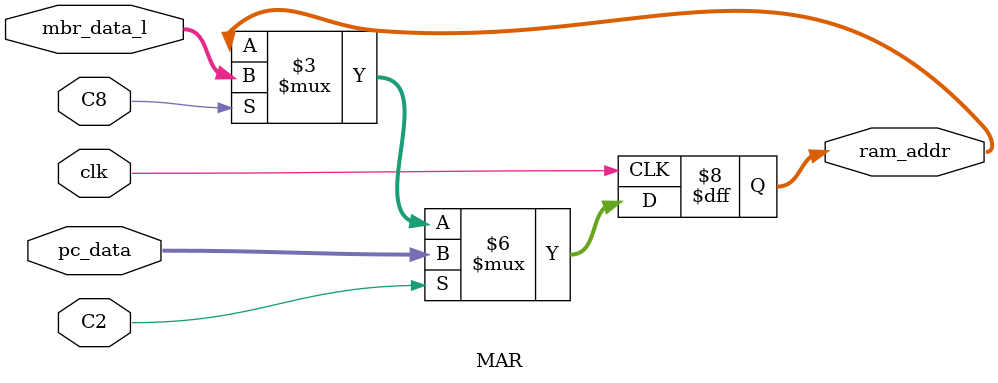
<source format=v>
`timescale 1ns / 1ps

module MAR(
    input clk,
    input C2,
    input C8,
    input [7:0] mbr_data_l,
    input [7:0] pc_data,
    output reg [7:0] ram_addr=8'h00
    );
    always@(posedge clk)
    begin
        if(C2) ram_addr<=pc_data;
        else if(C8) ram_addr<=mbr_data_l;
    end
endmodule

</source>
